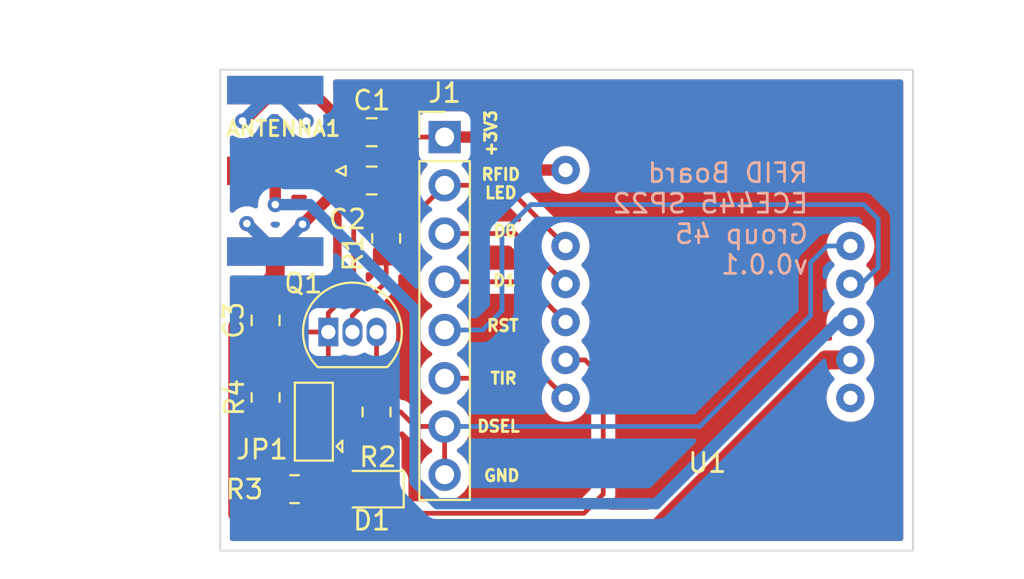
<source format=kicad_pcb>
(kicad_pcb (version 20211014) (generator pcbnew)
  (layers (0 "F.Cu" signal) (31 "B.Cu" signal) (34 "B.Paste" user) (35 "F.Paste" user) (36 "B.SilkS" user "B.Silkscreen") (37 "F.SilkS" user "F.Silkscreen") (38 "B.Mask" user) (39 "F.Mask" user) (44 "Edge.Cuts" user))
  (net 0 "")
  (net 1 "Net-(ANTENNA1-Pad1)")
  (net 2 "Net-(ANTENNA1-Pad2)")
  (net 3 "GND")
  (net 4 "+3V3_RFID")
  (net 5 "Net-(D1-Pad1)")
  (net 6 "+3V3")
  (net 7 "Net-(J1-Pad3)")
  (net 8 "Net-(J1-Pad4)")
  (net 9 "Net-(J1-Pad5)")
  (net 10 "Net-(J1-Pad6)")
  (net 11 "Net-(JP1-Pad1)")
  (net 12 "Net-(JP1-Pad2)")
  (net 13 "Net-(JP1-Pad3)")
  (net 14 "Net-(Q1-Pad2)")
  (net 15 "Net-(Q1-Pad3)")
  (net 16 "RFID_LED")
  (footprint "new_footprints:ID-3LA" (layer "F.Cu") (at 121.4605 103.906)
    (fp_text reference "U1" (at 7.4645 3.419 unlocked) (layer "F.SilkS"))
    (fp_text value "ID-3LA")
    (pad "1" thru_hole circle (at 15 -8) (size 1.5 1.5) (drill 0.75) (layers *.Cu *.Mask) (net 3 "GND"))
    (pad "2" thru_hole circle (at 15 -6) (size 1.5 1.5) (drill 0.75) (layers *.Cu *.Mask) (net 9 "Net-(J1-Pad5)"))
    (pad "3" thru_hole circle (at 15 -4) (size 1.5 1.5) (drill 0.75) (layers *.Cu *.Mask) (net 1 "Net-(ANTENNA1-Pad1)"))
    (pad "4" thru_hole circle (at 15 -2) (size 1.5 1.5) (drill 0.75) (layers *.Cu *.Mask) (net 2 "Net-(ANTENNA1-Pad2)"))
    (pad "5" thru_hole circle (at 15 0) (size 1.5 1.5) (drill 0.75) (layers *.Cu *.Mask))
    (pad "6" thru_hole circle (at 0 0) (size 1.5 1.5) (drill 0.75) (layers *.Cu *.Mask) (net 10 "Net-(J1-Pad6)"))
    (pad "7" thru_hole circle (at 0 -2) (size 1.5 1.5) (drill 0.75) (layers *.Cu *.Mask) (net 12 "Net-(JP1-Pad2)"))
    (pad "8" thru_hole circle (at 0 -4) (size 1.5 1.5) (drill 0.75) (layers *.Cu *.Mask) (net 8 "Net-(J1-Pad4)"))
    (pad "9" thru_hole circle (at 0 -6) (size 1.5 1.5) (drill 0.75) (layers *.Cu *.Mask) (net 7 "Net-(J1-Pad3)"))
    (pad "10" thru_hole circle (at 0 -8) (size 1.5 1.5) (drill 0.75) (layers *.Cu *.Mask) (net 16 "RFID_LED"))
    (pad "11" thru_hole circle (at 0 -12) (size 1.5 1.5) (drill 0.75) (layers *.Cu *.Mask) (net 4 "+3V3_RFID"))
  )
  (footprint "Jumper:SolderJumper-3_P1.3mm_Open_Pad1.0x1.5mm" (layer "F.Cu") (at 108.204 105.156 90)
    (fp_text reference "JP1" (at -1.469 -2.729 180) (layer "F.SilkS"))
    (fp_text value "SolderJumper_3_Open")
    (fp_line (start -1.6 1.5) (end -1 1.5) (layer "F.SilkS") (width 0.12))
    (fp_line (start -2.05 1) (end -2.05 -1) (layer "F.SilkS") (width 0.12))
    (fp_line (start 2.05 1) (end -2.05 1) (layer "F.SilkS") (width 0.12))
    (fp_line (start -1.3 1.2) (end -1 1.5) (layer "F.SilkS") (width 0.12))
    (fp_line (start -2.05 -1) (end 2.05 -1) (layer "F.SilkS") (width 0.12))
    (fp_line (start 2.05 -1) (end 2.05 1) (layer "F.SilkS") (width 0.12))
    (fp_line (start -1.3 1.2) (end -1.6 1.5) (layer "F.SilkS") (width 0.12))
    (pad "1" smd rect (at -1.3 0 90) (size 1 1.5) (layers "F.Cu" "F.Mask") (net 11 "Net-(JP1-Pad1)"))
    (pad "2" smd rect (at 0 0 90) (size 1 1.5) (layers "F.Cu" "F.Mask") (net 12 "Net-(JP1-Pad2)"))
    (pad "3" smd rect (at 1.3 0 90) (size 1 1.5) (layers "F.Cu" "F.Mask") (net 13 "Net-(JP1-Pad3)"))
  )
  (footprint "Resistor_SMD:R_0805_2012Metric" (layer "F.Cu") (at 107.188 108.712 180)
    (fp_text reference "R3" (at 2.638 -0.013) (layer "F.SilkS"))
    (fp_text value "1k")
    (fp_line (start -0.227064 -0.735) (end 0.227064 -0.735) (layer "F.SilkS") (width 0.12))
    (fp_line (start -0.227064 0.735) (end 0.227064 0.735) (layer "F.SilkS") (width 0.12))
    (pad "1" smd roundrect (at -0.9125 0 180) (size 1.025 1.4) (layers "F.Cu" "F.Paste" "F.Mask") (roundrect_rratio 0.243902) (net 6 "+3V3"))
    (pad "2" smd roundrect (at 0.9125 0 180) (size 1.025 1.4) (layers "F.Cu" "F.Paste" "F.Mask") (roundrect_rratio 0.243902) (net 11 "Net-(JP1-Pad1)"))
  )
  (footprint "Resistor_SMD:R_0805_2012Metric" (layer "F.Cu") (at 111.506 104.648 90)
    (fp_text reference "R2" (at -2.377 0.069 180) (layer "F.SilkS"))
    (fp_text value "300R")
    (fp_line (start -0.227064 0.735) (end 0.227064 0.735) (layer "F.SilkS") (width 0.12))
    (fp_line (start -0.227064 -0.735) (end 0.227064 -0.735) (layer "F.SilkS") (width 0.12))
    (pad "1" smd roundrect (at -0.9125 0 90) (size 1.025 1.4) (layers "F.Cu" "F.Paste" "F.Mask") (roundrect_rratio 0.243902) (net 5 "Net-(D1-Pad1)"))
    (pad "2" smd roundrect (at 0.9125 0 90) (size 1.025 1.4) (layers "F.Cu" "F.Paste" "F.Mask") (roundrect_rratio 0.243902) (net 15 "Net-(Q1-Pad3)"))
  )
  (footprint "Diode_SMD:D_0805_2012Metric" (layer "F.Cu") (at 111.252 108.712 180)
    (fp_text reference "D1" (at 0 -1.65) (layer "F.SilkS"))
    (fp_text value "LED")
    (fp_line (start -1.685 0.96) (end 1 0.96) (layer "F.SilkS") (width 0.12))
    (fp_line (start -1.685 -0.96) (end -1.685 0.96) (layer "F.SilkS") (width 0.12))
    (fp_line (start 1 -0.96) (end -1.685 -0.96) (layer "F.SilkS") (width 0.12))
    (pad "1" smd roundrect (at -0.9375 0 180) (size 0.975 1.4) (layers "F.Cu" "F.Paste" "F.Mask") (net 5 "Net-(D1-Pad1)"))
    (pad "2" smd roundrect (at 0.9375 0 180) (size 0.975 1.4) (layers "F.Cu" "F.Paste" "F.Mask") (net 6 "+3V3"))
  )
  (footprint "Capacitor_SMD:C_0805_2012Metric" (layer "F.Cu") (at 111.252 92.456)
    (fp_text reference "C2" (at -1.277 2.044) (layer "F.SilkS"))
    (fp_text value "1u")
    (fp_line (start -0.261252 0.735) (end 0.261252 0.735) (layer "F.SilkS") (width 0.12))
    (fp_line (start -0.261252 -0.735) (end 0.261252 -0.735) (layer "F.SilkS") (width 0.12))
    (pad "1" smd roundrect (at -0.95 0) (size 1 1.45) (layers "F.Cu" "F.Paste" "F.Mask") (net 3 "GND"))
    (pad "2" smd roundrect (at 0.95 0) (size 1 1.45) (layers "F.Cu" "F.Paste" "F.Mask") (net 4 "+3V3_RFID"))
  )
  (footprint "Resistor_SMD:R_0805_2012Metric" (layer "F.Cu") (at 112.014 95.504 -90)
    (fp_text reference "R1" (at 0.771 1.739 90) (layer "F.SilkS"))
    (fp_text value "15R")
    (fp_line (start -0.227064 -0.735) (end 0.227064 -0.735) (layer "F.SilkS") (width 0.12))
    (fp_line (start -0.227064 0.735) (end 0.227064 0.735) (layer "F.SilkS") (width 0.12))
    (pad "1" smd roundrect (at -0.9125 0 270) (size 1.025 1.4) (layers "F.Cu" "F.Paste" "F.Mask") (roundrect_rratio 0.243902) (net 16 "RFID_LED"))
    (pad "2" smd roundrect (at 0.9125 0 270) (size 1.025 1.4) (layers "F.Cu" "F.Paste" "F.Mask") (roundrect_rratio 0.243902) (net 14 "Net-(Q1-Pad2)"))
  )
  (footprint "Connector_Coaxial:SMA_Amphenol_132289_EdgeMount" (layer "F.Cu") (at 106.172 91.948 180)
    (fp_text reference "ANTENNA1" (at -0.428 2.223 180) (layer "F.SilkS") (effects (font (size 0.8 0.8))))
    (fp_text value "1.337m")
    (fp_line (start -3.71 -0.25) (end -3.71 0.25) (layer "F.SilkS") (width 0.12))
    (fp_line (start -3.71 0.25) (end -3.21 0) (layer "F.SilkS") (width 0.12))
    (fp_line (start -3.21 0) (end -3.71 -0.25) (layer "F.SilkS") (width 0.12))
    (pad "1" smd rect (at 0 0 270) (size 1.5 5.08) (layers "F.Cu" "F.Paste" "F.Mask") (net 1 "Net-(ANTENNA1-Pad1)"))
    (pad "2" smd rect (at 0 -4.25 270) (size 1.5 5.08) (layers "F.Cu" "F.Paste" "F.Mask") (net 2 "Net-(ANTENNA1-Pad2)"))
    (pad "2" smd rect (at 0 4.25 270) (size 1.5 5.08) (layers "F.Cu" "F.Paste" "F.Mask") (net 2 "Net-(ANTENNA1-Pad2)"))
    (pad "2" smd rect (at 0 -4.25 270) (size 1.5 5.08) (layers "B.Cu" "B.Paste" "B.Mask") (net 2 "Net-(ANTENNA1-Pad2)"))
    (pad "2" smd rect (at 0 4.25 270) (size 1.5 5.08) (layers "B.Cu" "B.Paste" "B.Mask") (net 2 "Net-(ANTENNA1-Pad2)"))
  )
  (footprint "Capacitor_SMD:C_0805_2012Metric_Pad1.18x1.45mm_HandSolder" (layer "F.Cu") (at 105.664 99.822 90)
    (fp_text reference "C3" (at 0 -1.68 90) (layer "F.SilkS"))
    (fp_text value "DNP")
    (fp_line (start -0.261252 -0.735) (end 0.261252 -0.735) (layer "F.SilkS") (width 0.12))
    (fp_line (start -0.261252 0.735) (end 0.261252 0.735) (layer "F.SilkS") (width 0.12))
    (pad "1" smd roundrect (at -1.0375 0 90) (size 1.175 1.45) (layers "F.Cu" "F.Paste" "F.Mask") (roundrect_rratio 0.212766) (net 3 "GND"))
    (pad "2" smd roundrect (at 1.0375 0 90) (size 1.175 1.45) (layers "F.Cu" "F.Paste" "F.Mask") (roundrect_rratio 0.212766) (net 2 "Net-(ANTENNA1-Pad2)"))
  )
  (footprint "Capacitor_SMD:C_0805_2012Metric" (layer "F.Cu") (at 111.252 89.916)
    (fp_text reference "C1" (at 0 -1.68) (layer "F.SilkS"))
    (fp_text value "10n")
    (fp_line (start -0.261252 -0.735) (end 0.261252 -0.735) (layer "F.SilkS") (width 0.12))
    (fp_line (start -0.261252 0.735) (end 0.261252 0.735) (layer "F.SilkS") (width 0.12))
    (pad "1" smd roundrect (at -0.95 0) (size 1 1.45) (layers "F.Cu" "F.Paste" "F.Mask") (net 3 "GND"))
    (pad "2" smd roundrect (at 0.95 0) (size 1 1.45) (layers "F.Cu" "F.Paste" "F.Mask") (net 4 "+3V3_RFID"))
  )
  (footprint "Resistor_SMD:R_0805_2012Metric" (layer "F.Cu") (at 105.664 103.886 90)
    (fp_text reference "R4" (at 0 -1.65 90) (layer "F.SilkS"))
    (fp_text value "1k")
    (fp_line (start -0.227064 0.735) (end 0.227064 0.735) (layer "F.SilkS") (width 0.12))
    (fp_line (start -0.227064 -0.735) (end 0.227064 -0.735) (layer "F.SilkS") (width 0.12))
    (pad "1" smd roundrect (at -0.9125 0 90) (size 1.025 1.4) (layers "F.Cu" "F.Paste" "F.Mask") (roundrect_rratio 0.243902) (net 13 "Net-(JP1-Pad3)"))
    (pad "2" smd roundrect (at 0.9125 0 90) (size 1.025 1.4) (layers "F.Cu" "F.Paste" "F.Mask") (roundrect_rratio 0.243902) (net 3 "GND"))
  )
  (footprint "Package_TO_SOT_THT:TO-92_Inline" (layer "F.Cu") (at 108.966 100.436)
    (fp_text reference "Q1" (at -1.316 -2.561) (layer "F.SilkS"))
    (fp_text value "2N3904")
    (fp_line (start -0.53 1.85) (end 3.07 1.85) (layer "F.SilkS") (width 0.12))
    (fp_arc (start 1.27 -2.6) (mid 3.672087 -0.994977) (end 3.108478 1.838478) (layer "F.SilkS") (width 0.12))
    (fp_arc (start -0.568478 1.838478) (mid -1.132087 -0.994977) (end 1.27 -2.6) (layer "F.SilkS") (width 0.12))
    (pad "1" thru_hole rect (at 0 0) (size 1.05 1.5) (drill 0.75) (layers *.Cu *.Mask) (net 3 "GND"))
    (pad "2" thru_hole oval (at 1.27 0) (size 1.05 1.5) (drill 0.75) (layers *.Cu *.Mask) (net 14 "Net-(Q1-Pad2)"))
    (pad "3" thru_hole oval (at 2.54 0) (size 1.05 1.5) (drill 0.75) (layers *.Cu *.Mask) (net 15 "Net-(Q1-Pad3)"))
  )
  (footprint "Connector_PinHeader_2.54mm:PinHeader_1x08_P2.54mm_Vertical" (layer "F.Cu") (at 115.0905 90.17)
    (fp_text reference "J1" (at 0 -2.33) (layer "F.SilkS"))
    (fp_text value "Conn_01x08_Male")
    (fp_line (start -1.33 0) (end -1.33 -1.33) (layer "F.SilkS") (width 0.12))
    (fp_line (start -1.33 1.27) (end -1.33 19.11) (layer "F.SilkS") (width 0.12))
    (fp_line (start 1.33 1.27) (end 1.33 19.11) (layer "F.SilkS") (width 0.12))
    (fp_line (start -1.33 19.11) (end 1.33 19.11) (layer "F.SilkS") (width 0.12))
    (fp_line (start -1.33 1.27) (end 1.33 1.27) (layer "F.SilkS") (width 0.12))
    (fp_line (start -1.33 -1.33) (end 0 -1.33) (layer "F.SilkS") (width 0.12))
    (pad "1" thru_hole rect (at 0 0) (size 1.7 1.7) (drill 1) (layers *.Cu *.Mask) (net 4 "+3V3_RFID"))
    (pad "2" thru_hole oval (at 0 2.54) (size 1.7 1.7) (drill 1) (layers *.Cu *.Mask) (net 16 "RFID_LED"))
    (pad "3" thru_hole oval (at 0 5.08) (size 1.7 1.7) (drill 1) (layers *.Cu *.Mask) (net 7 "Net-(J1-Pad3)"))
    (pad "4" thru_hole oval (at 0 7.62) (size 1.7 1.7) (drill 1) (layers *.Cu *.Mask) (net 8 "Net-(J1-Pad4)"))
    (pad "5" thru_hole oval (at 0 10.16) (size 1.7 1.7) (drill 1) (layers *.Cu *.Mask) (net 9 "Net-(J1-Pad5)"))
    (pad "6" thru_hole oval (at 0 12.7) (size 1.7 1.7) (drill 1) (layers *.Cu *.Mask) (net 10 "Net-(J1-Pad6)"))
    (pad "7" thru_hole oval (at 0 15.24) (size 1.7 1.7) (drill 1) (layers *.Cu *.Mask) (net 3 "GND"))
    (pad "8" thru_hole oval (at 0 17.78) (size 1.7 1.7) (drill 1) (layers *.Cu *.Mask) (net 3 "GND"))
  )
  (gr_rect (start 103.275 86.625) (end 139.75 111.95) (layer "Edge.Cuts") (width 0.1) (fill none))
  (gr_text "RFID Board\nECE445 SP22\nGroup 45\nv0.0.1" (at 134.325 94.475) (layer "B.SilkS") (effects (font (size 1 1)) (justify left mirror)))
  (gr_text "GND" (at 118.1 108) (layer "F.SilkS") (effects (font (size 0.6 0.6))))
  (gr_text "RST" (at 118.15 100.1) (layer "F.SilkS") (effects (font (size 0.6 0.6))))
  (gr_text "D0" (at 118.275 95.125) (layer "F.SilkS") (effects (font (size 0.6 0.6))))
  (gr_text "RFID\nLED" (at 118.05 92.625) (layer "F.SilkS") (effects (font (size 0.6 0.6))))
  (gr_text "DSEL" (at 117.925 105.4) (layer "F.SilkS") (effects (font (size 0.6 0.6))))
  (gr_text "TIR\n" (at 118.2 102.875) (layer "F.SilkS") (effects (font (size 0.6 0.6))))
  (gr_text "+3V3" (at 117.525 89.975 90) (layer "F.SilkS") (effects (font (size 0.6 0.6))))
  (gr_text "D1" (at 118.25 97.725) (layer "F.SilkS") (effects (font (size 0.6 0.6))))
  (segment (start 106.172 91.948) (end 106.172 93.726) (width 0.6) (layer "F.Cu") (net 1))
  (via (at 106.172 93.726) (size 0.8) (drill 0.4) (layers "F.Cu" "B.Cu") (net 1))
  (segment (start 107.989022 93.726) (end 113.538 99.274978) (width 0.6) (layer "B.Cu") (net 1))
  (segment (start 106.172 93.726) (end 107.989022 93.726) (width 0.6) (layer "B.Cu") (net 1))
  (segment (start 114.706002 109.474) (end 126.238 109.474) (width 0.6) (layer "B.Cu") (net 1))
  (segment (start 113.538 99.274978) (end 113.538 108.305998) (width 0.6) (layer "B.Cu") (net 1))
  (segment (start 113.538 108.305998) (end 114.706002 109.474) (width 0.6) (layer "B.Cu") (net 1))
  (segment (start 135.806 99.906) (end 136.4605 99.906) (width 0.6) (layer "B.Cu") (net 1))
  (segment (start 126.238 109.474) (end 135.806 99.906) (width 0.6) (layer "B.Cu") (net 1))
  (segment (start 135.169 101.906) (end 136.4605 101.906) (width 1) (layer "F.Cu") (net 2))
  (segment (start 108.018 87.698) (end 109.01 88.69) (width 0.6) (layer "F.Cu") (net 2))
  (segment (start 104.2 110) (end 105.00652 110.80652) (width 1) (layer "F.Cu") (net 2))
  (segment (start 106.173 87.698) (end 107.8 89.325) (width 0.6) (layer "F.Cu") (net 2))
  (segment (start 104.545 89.325) (end 106.172 87.698) (width 0.6) (layer "F.Cu") (net 2))
  (segment (start 104.699 94.725) (end 106.172 96.198) (width 0.6) (layer "F.Cu") (net 2))
  (segment (start 106.172 96.198) (end 107.61 94.76) (width 0.6) (layer "F.Cu") (net 2))
  (segment (start 107.61 94.76) (end 109.211511 93.158489) (width 0.6) (layer "F.Cu") (net 2))
  (segment (start 104.2 100.168176) (end 104.2 110) (width 1) (layer "F.Cu") (net 2))
  (segment (start 104.45 89.325) (end 104.545 89.325) (width 0.6) (layer "F.Cu") (net 2))
  (segment (start 105.583676 98.7845) (end 104.2 100.168176) (width 1) (layer "F.Cu") (net 2))
  (segment (start 106.172 96.198) (end 106.172 98.2765) (width 1) (layer "F.Cu") (net 2))
  (segment (start 106.172 98.2765) (end 105.664 98.7845) (width 1) (layer "F.Cu") (net 2))
  (segment (start 105.664 97.536) (end 105.664 98.7845) (width 0.25) (layer "F.Cu") (net 2))
  (segment (start 106.172 87.698) (end 106.173 87.698) (width 0.6) (layer "F.Cu") (net 2))
  (segment (start 104.675 94.725) (end 104.699 94.725) (width 0.6) (layer "F.Cu") (net 2))
  (segment (start 109.211511 88.891511) (end 109.01 88.69) (width 0.6) (layer "F.Cu") (net 2))
  (segment (start 109.01 88.69) (end 109.22 88.9) (width 0.25) (layer "F.Cu") (net 2))
  (segment (start 105.00652 110.80652) (end 126.26848 110.80652) (width 1) (layer "F.Cu") (net 2))
  (segment (start 126.26848 110.80652) (end 135.169 101.906) (width 1) (layer "F.Cu") (net 2))
  (segment (start 106.172 97.028) (end 105.664 97.536) (width 0.25) (layer "F.Cu") (net 2))
  (segment (start 109.211511 93.158489) (end 109.211511 88.891511) (width 0.6) (layer "F.Cu") (net 2))
  (via (at 107.8 89.325) (size 0.8) (drill 0.4) (layers "F.Cu" "B.Cu") (net 2))
  (via (at 107.61 94.76) (size 0.8) (drill 0.4) (layers "F.Cu" "B.Cu") (net 2))
  (via (at 104.675 94.725) (size 0.8) (drill 0.4) (layers "F.Cu" "B.Cu") (net 2))
  (via (at 104.45 89.325) (size 0.8) (drill 0.4) (layers "F.Cu" "B.Cu") (net 2))
  (segment (start 107.61 94.76) (end 106.172 96.198) (width 0.6) (layer "B.Cu") (net 2))
  (segment (start 106.172 87.698) (end 106.173 87.698) (width 0.6) (layer "B.Cu") (net 2))
  (segment (start 104.675 94.725) (end 104.699 94.725) (width 0.6) (layer "B.Cu") (net 2))
  (segment (start 106.172 87.698) (end 106.077 87.698) (width 0.6) (layer "B.Cu") (net 2))
  (segment (start 104.699 94.725) (end 106.172 96.198) (width 0.6) (layer "B.Cu") (net 2))
  (segment (start 106.077 87.698) (end 104.45 89.325) (width 0.6) (layer "B.Cu") (net 2))
  (segment (start 106.173 87.698) (end 107.8 89.325) (width 0.6) (layer "B.Cu") (net 2))
  (segment (start 115.0905 107.95) (end 115.0905 105.41) (width 0.25) (layer "F.Cu") (net 3))
  (segment (start 108.966 100.436) (end 108.966 101.854) (width 0.25) (layer "F.Cu") (net 3))
  (segment (start 105.664 100.8595) (end 105.664 102.9735) (width 0.25) (layer "F.Cu") (net 3))
  (segment (start 113.538 105.41) (end 115.0905 105.41) (width 0.25) (layer "F.Cu") (net 3))
  (segment (start 110.49 104.648) (end 112.776 104.648) (width 0.25) (layer "F.Cu") (net 3))
  (segment (start 110.236 104.394) (end 110.49 104.648) (width 0.25) (layer "F.Cu") (net 3))
  (segment (start 110.302 98.1) (end 108.966 99.436) (width 0.25) (layer "F.Cu") (net 3))
  (segment (start 110.236 103.124) (end 110.236 104.394) (width 0.25) (layer "F.Cu") (net 3))
  (segment (start 108.966 99.436) (end 108.966 100.436) (width 0.25) (layer "F.Cu") (net 3))
  (segment (start 108.966 101.854) (end 110.236 103.124) (width 0.25) (layer "F.Cu") (net 3))
  (segment (start 110.302 89.916) (end 110.302 92.456) (width 0.25) (layer "F.Cu") (net 3))
  (segment (start 110.302 92.456) (end 110.302 98.1) (width 0.25) (layer "F.Cu") (net 3))
  (segment (start 106.0875 100.436) (end 108.966 100.436) (width 0.25) (layer "F.Cu") (net 3))
  (segment (start 112.776 104.648) (end 113.538 105.41) (width 0.25) (layer "F.Cu") (net 3))
  (segment (start 128.524 105.41) (end 134.366 99.568) (width 0.25) (layer "B.Cu") (net 3))
  (segment (start 115.0905 105.41) (end 128.524 105.41) (width 0.25) (layer "B.Cu") (net 3))
  (segment (start 135.234 95.906) (end 136.4605 95.906) (width 0.25) (layer "B.Cu") (net 3))
  (segment (start 134.366 96.774) (end 135.234 95.906) (width 0.25) (layer "B.Cu") (net 3))
  (segment (start 134.366 99.568) (end 134.366 96.774) (width 0.25) (layer "B.Cu") (net 3))
  (segment (start 115.0905 90.17) (end 118.11 90.17) (width 0.6) (layer "F.Cu") (net 4))
  (segment (start 119.846 91.906) (end 121.4605 91.906) (width 0.6) (layer "F.Cu") (net 4))
  (segment (start 112.202 89.916) (end 112.202 92.456) (width 0.6) (layer "F.Cu") (net 4))
  (segment (start 118.11 90.17) (end 119.846 91.906) (width 0.6) (layer "F.Cu") (net 4))
  (segment (start 112.202 90.17) (end 115.0905 90.17) (width 0.25) (layer "F.Cu") (net 4))
  (segment (start 112.1895 108.712) (end 112.1895 106.244) (width 0.25) (layer "F.Cu") (net 5))
  (segment (start 112.1895 106.244) (end 111.506 105.5605) (width 0.25) (layer "F.Cu") (net 5))
  (segment (start 108.1005 108.712) (end 110.3145 108.712) (width 0.25) (layer "F.Cu") (net 6))
  (segment (start 115.0905 95.25) (end 118.8045 95.25) (width 0.25) (layer "F.Cu") (net 7))
  (segment (start 118.8045 95.25) (end 121.4605 97.906) (width 0.25) (layer "F.Cu") (net 7))
  (segment (start 119.3445 97.79) (end 121.4605 99.906) (width 0.25) (layer "F.Cu") (net 8))
  (segment (start 115.0905 97.79) (end 119.3445 97.79) (width 0.25) (layer "F.Cu") (net 8))
  (segment (start 137.922 97.028) (end 137.044 97.906) (width 0.25) (layer "B.Cu") (net 9))
  (segment (start 119.634 93.726) (end 137.16 93.726) (width 0.25) (layer "B.Cu") (net 9))
  (segment (start 137.922 94.488) (end 137.922 97.028) (width 0.25) (layer "B.Cu") (net 9))
  (segment (start 117.094 100.33) (end 118.11 99.314) (width 0.25) (layer "B.Cu") (net 9))
  (segment (start 118.11 95.25) (end 119.634 93.726) (width 0.25) (layer "B.Cu") (net 9))
  (segment (start 115.0905 100.33) (end 117.094 100.33) (width 0.25) (layer "B.Cu") (net 9))
  (segment (start 137.16 93.726) (end 137.922 94.488) (width 0.25) (layer "B.Cu") (net 9))
  (segment (start 118.11 99.314) (end 118.11 95.25) (width 0.25) (layer "B.Cu") (net 9))
  (segment (start 115.0905 102.87) (end 120.4245 102.87) (width 0.25) (layer "F.Cu") (net 10))
  (segment (start 120.4245 102.87) (end 121.4605 103.906) (width 0.25) (layer "F.Cu") (net 10))
  (segment (start 106.2755 107.8465) (end 107.666 106.456) (width 0.25) (layer "F.Cu") (net 11))
  (segment (start 106.2755 108.712) (end 106.2755 107.8465) (width 0.25) (layer "F.Cu") (net 11))
  (segment (start 123.444 108.966) (end 123.444 102.87) (width 0.25) (layer "F.Cu") (net 12))
  (segment (start 108.204 105.156) (end 107.204 105.156) (width 0.25) (layer "F.Cu") (net 12))
  (segment (start 107.204 105.156) (end 105.156 107.204) (width 0.25) (layer "F.Cu") (net 12))
  (segment (start 122.48 101.906) (end 121.4605 101.906) (width 0.25) (layer "F.Cu") (net 12))
  (segment (start 105.156 107.204) (end 105.156 109.474) (width 0.25) (layer "F.Cu") (net 12))
  (segment (start 123.444 102.87) (end 122.48 101.906) (width 0.25) (layer "F.Cu") (net 12))
  (segment (start 105.664 109.982) (end 122.428 109.982) (width 0.25) (layer "F.Cu") (net 12))
  (segment (start 105.156 109.474) (end 105.664 109.982) (width 0.25) (layer "F.Cu") (net 12))
  (segment (start 122.428 109.982) (end 123.444 108.966) (width 0.25) (layer "F.Cu") (net 12))
  (segment (start 106.6065 103.856) (end 108.204 103.856) (width 0.25) (layer "F.Cu") (net 13))
  (segment (start 105.664 104.7985) (end 106.6065 103.856) (width 0.25) (layer "F.Cu") (net 13))
  (segment (start 112.014 96.4165) (end 112.014 97.79) (width 0.25) (layer "F.Cu") (net 14))
  (segment (start 112.014 97.79) (end 110.236 99.568) (width 0.25) (layer "F.Cu") (net 14))
  (segment (start 110.236 99.568) (end 110.236 100.436) (width 0.25) (layer "F.Cu") (net 14))
  (segment (start 111.506 100.436) (end 111.506 103.7355) (width 0.25) (layer "F.Cu") (net 15))
  (segment (start 112.014 94.5915) (end 113.209 94.5915) (width 0.25) (layer "F.Cu") (net 16))
  (segment (start 118.2645 92.71) (end 121.4605 95.906) (width 0.25) (layer "F.Cu") (net 16))
  (segment (start 113.209 94.5915) (end 115.0905 92.71) (width 0.25) (layer "F.Cu") (net 16))
  (segment (start 115.0905 92.71) (end 118.2645 92.71) (width 0.25) (layer "F.Cu") (net 16))
  (zone (net 0) (net_name "") (layers F&B.Cu) (connect_pads (clearance 0.508)) (min_thickness 0.254) (fill yes (thermal_gap 0.508) (thermal_bridge_width 0.508))
    (polygon (pts (xy 139.75 111.95) (xy 103.3 111.975) (xy 103.275 86.625) (xy 139.725 86.625)))
  )
)
</source>
